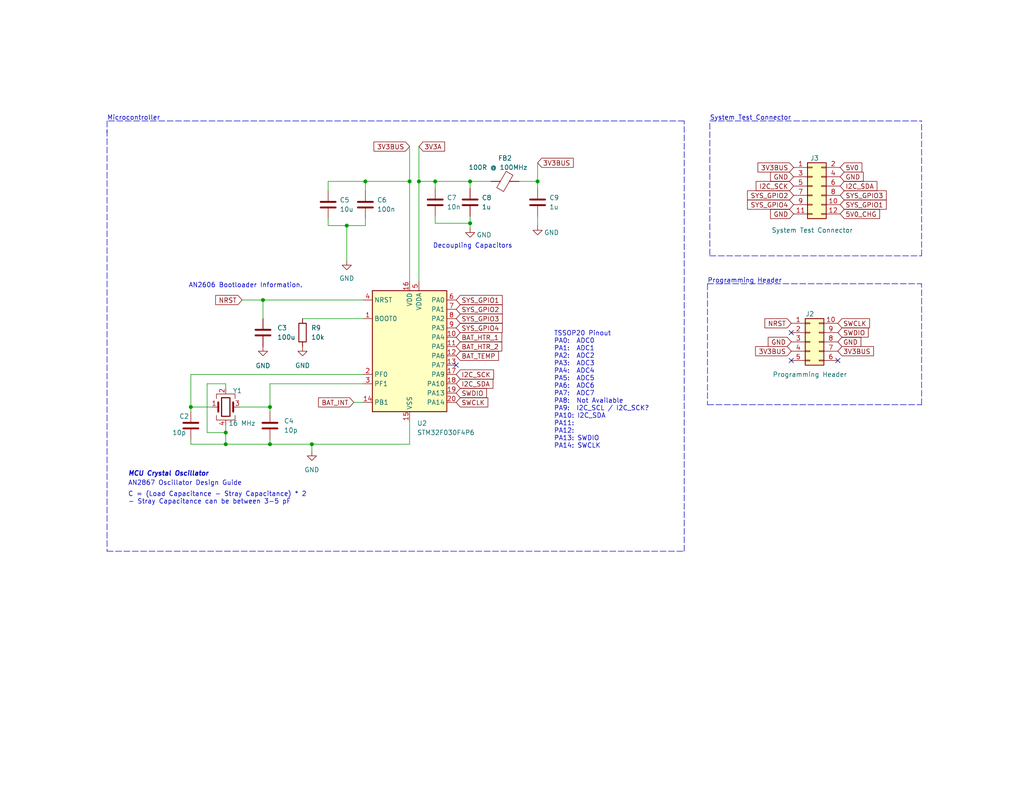
<source format=kicad_sch>
(kicad_sch (version 20211123) (generator eeschema)
  (paper "USLetter")
  (lib_symbols
    (symbol "Connector_Generic:Conn_02x05_Counter_Clockwise" (pin_names (offset 1.016) hide)
      (property "Reference" "J" (at 1.27 7.62 0))
      (property "Value" "Conn_02x05_Counter_Clockwise" (at 1.27 -7.62 0))
      (symbol "Conn_02x05_Counter_Clockwise_1_1"
        (rectangle (start -1.27 -4.953) (end 0 -5.207) (stroke (width 0.1524)))
        (rectangle (start -1.27 -2.413) (end 0 -2.667) (stroke (width 0.1524)))
        (rectangle (start -1.27 0.127) (end 0 -0.127) (stroke (width 0.1524)))
        (rectangle (start -1.27 2.667) (end 0 2.413) (stroke (width 0.1524)))
        (rectangle (start -1.27 5.207) (end 0 4.953) (stroke (width 0.1524)))
        (rectangle (start -1.27 6.35) (end 3.81 -6.35) (stroke (width 0.254)) (fill (type background)))
        (rectangle (start 3.81 -4.953) (end 2.54 -5.207) (stroke (width 0.1524)))
        (rectangle (start 3.81 -2.413) (end 2.54 -2.667) (stroke (width 0.1524)))
        (rectangle (start 3.81 0.127) (end 2.54 -0.127) (stroke (width 0.1524)))
        (rectangle (start 3.81 2.667) (end 2.54 2.413) (stroke (width 0.1524)))
        (rectangle (start 3.81 5.207) (end 2.54 4.953) (stroke (width 0.1524)))
        (pin passive line (at -5.08 5.08 0) (length 3.81) (name "Pin_1") (number "1"))
        (pin passive line (at 7.62 5.08 180) (length 3.81) (name "Pin_10") (number "10"))
        (pin passive line (at -5.08 2.54 0) (length 3.81) (name "Pin_2") (number "2"))
        (pin passive line (at -5.08 0 0) (length 3.81) (name "Pin_3") (number "3"))
        (pin passive line (at -5.08 -2.54 0) (length 3.81) (name "Pin_4") (number "4"))
        (pin passive line (at -5.08 -5.08 0) (length 3.81) (name "Pin_5") (number "5"))
        (pin passive line (at 7.62 -5.08 180) (length 3.81) (name "Pin_6") (number "6"))
        (pin passive line (at 7.62 -2.54 180) (length 3.81) (name "Pin_7") (number "7"))
        (pin passive line (at 7.62 0 180) (length 3.81) (name "Pin_8") (number "8"))
        (pin passive line (at 7.62 2.54 180) (length 3.81) (name "Pin_9") (number "9"))
      )
    )
    (symbol "Connector_Generic:Conn_02x06_Odd_Even" (pin_names (offset 1.016) hide)
      (property "Reference" "J" (at 1.27 7.62 0))
      (property "Value" "Conn_02x06_Odd_Even" (at 1.27 -10.16 0))
      (symbol "Conn_02x06_Odd_Even_1_1"
        (rectangle (start -1.27 -7.493) (end 0 -7.747) (stroke (width 0.1524)))
        (rectangle (start -1.27 -4.953) (end 0 -5.207) (stroke (width 0.1524)))
        (rectangle (start -1.27 -2.413) (end 0 -2.667) (stroke (width 0.1524)))
        (rectangle (start -1.27 0.127) (end 0 -0.127) (stroke (width 0.1524)))
        (rectangle (start -1.27 2.667) (end 0 2.413) (stroke (width 0.1524)))
        (rectangle (start -1.27 5.207) (end 0 4.953) (stroke (width 0.1524)))
        (rectangle (start -1.27 6.35) (end 3.81 -8.89) (stroke (width 0.254)) (fill (type background)))
        (rectangle (start 3.81 -7.493) (end 2.54 -7.747) (stroke (width 0.1524)))
        (rectangle (start 3.81 -4.953) (end 2.54 -5.207) (stroke (width 0.1524)))
        (rectangle (start 3.81 -2.413) (end 2.54 -2.667) (stroke (width 0.1524)))
        (rectangle (start 3.81 0.127) (end 2.54 -0.127) (stroke (width 0.1524)))
        (rectangle (start 3.81 2.667) (end 2.54 2.413) (stroke (width 0.1524)))
        (rectangle (start 3.81 5.207) (end 2.54 4.953) (stroke (width 0.1524)))
        (pin passive line (at -5.08 5.08 0) (length 3.81) (name "Pin_1") (number "1"))
        (pin passive line (at 7.62 -5.08 180) (length 3.81) (name "Pin_10") (number "10"))
        (pin passive line (at -5.08 -7.62 0) (length 3.81) (name "Pin_11") (number "11"))
        (pin passive line (at 7.62 -7.62 180) (length 3.81) (name "Pin_12") (number "12"))
        (pin passive line (at 7.62 5.08 180) (length 3.81) (name "Pin_2") (number "2"))
        (pin passive line (at -5.08 2.54 0) (length 3.81) (name "Pin_3") (number "3"))
        (pin passive line (at 7.62 2.54 180) (length 3.81) (name "Pin_4") (number "4"))
        (pin passive line (at -5.08 0 0) (length 3.81) (name "Pin_5") (number "5"))
        (pin passive line (at 7.62 0 180) (length 3.81) (name "Pin_6") (number "6"))
        (pin passive line (at -5.08 -2.54 0) (length 3.81) (name "Pin_7") (number "7"))
        (pin passive line (at 7.62 -2.54 180) (length 3.81) (name "Pin_8") (number "8"))
        (pin passive line (at -5.08 -5.08 0) (length 3.81) (name "Pin_9") (number "9"))
      )
    )
    (symbol "Device:C" (pin_numbers hide) (pin_names (offset 0.254))
      (property "Reference" "C" (at 0.635 2.54 0))
      (property "Value" "C" (at 0.635 -2.54 0))
      (symbol "C_0_1"
        (polyline (pts (xy -2.032 -0.762) (xy 2.032 -0.762)) (stroke (width 0.508)))
        (polyline (pts (xy -2.032 0.762) (xy 2.032 0.762)) (stroke (width 0.508)))
      )
      (symbol "C_1_1"
        (pin passive line (at 0 3.81 270) (length 2.794) (name "~") (number "1"))
        (pin passive line (at 0 -3.81 90) (length 2.794) (name "~") (number "2"))
      )
    )
    (symbol "Device:Crystal_GND24" (pin_names (offset 1.016) hide)
      (property "Reference" "Y" (at 3.175 5.08 0))
      (property "Value" "Crystal_GND24" (at 3.175 3.175 0))
      (symbol "Crystal_GND24_0_1"
        (rectangle (start -1.143 2.54) (end 1.143 -2.54) (stroke (width 0.3048)))
        (polyline (pts (xy -2.54 0) (xy -2.032 0)))
        (polyline (pts (xy -2.032 -1.27) (xy -2.032 1.27)) (stroke (width 0.508)))
        (polyline (pts (xy 0 -3.81) (xy 0 -3.556)))
        (polyline (pts (xy 0 3.556) (xy 0 3.81)))
        (polyline (pts (xy 2.032 -1.27) (xy 2.032 1.27)) (stroke (width 0.508)))
        (polyline (pts (xy 2.032 0) (xy 2.54 0)))
        (polyline (pts (xy -2.54 -2.286) (xy -2.54 -3.556) (xy 2.54 -3.556) (xy 2.54 -2.286)))
        (polyline (pts (xy -2.54 2.286) (xy -2.54 3.556) (xy 2.54 3.556) (xy 2.54 2.286)))
      )
      (symbol "Crystal_GND24_1_1"
        (pin passive line (at -3.81 0 0) (length 1.27) (name "1") (number "1"))
        (pin passive line (at 0 5.08 270) (length 1.27) (name "2") (number "2"))
        (pin passive line (at 3.81 0 180) (length 1.27) (name "3") (number "3"))
        (pin passive line (at 0 -5.08 90) (length 1.27) (name "4") (number "4"))
      )
    )
    (symbol "Device:FerriteBead" (pin_numbers hide) (pin_names (offset 0))
      (property "Reference" "FB" (at -3.81 0.635 90))
      (property "Value" "FerriteBead" (at 3.81 0 90))
      (symbol "FerriteBead_0_1"
        (polyline (pts (xy 0 -1.27) (xy 0 -1.2192)))
        (polyline (pts (xy 0 1.27) (xy 0 1.2954)))
        (polyline (pts (xy -2.7686 0.4064) (xy -1.7018 2.2606) (xy 2.7686 -0.3048) (xy 1.6764 -2.159) (xy -2.7686 0.4064)))
      )
      (symbol "FerriteBead_1_1"
        (pin passive line (at 0 3.81 270) (length 2.54) (name "~") (number "1"))
        (pin passive line (at 0 -3.81 90) (length 2.54) (name "~") (number "2"))
      )
    )
    (symbol "Device:R" (pin_numbers hide) (pin_names (offset 0))
      (property "Reference" "R" (at 2.032 0 90))
      (property "Value" "R" (at 0 0 90))
      (symbol "R_0_1"
        (rectangle (start -1.016 -2.54) (end 1.016 2.54) (stroke (width 0.254)))
      )
      (symbol "R_1_1"
        (pin passive line (at 0 3.81 270) (length 1.27) (name "~") (number "1"))
        (pin passive line (at 0 -3.81 90) (length 1.27) (name "~") (number "2"))
      )
    )
    (symbol "MCU_ST_STM32F0:STM32F030F4Px"
      (property "Reference" "U" (at -10.16 16.51 0))
      (property "Value" "STM32F030F4Px" (at 5.08 16.51 0))
      (symbol "STM32F030F4Px_0_1"
        (rectangle (start -10.16 -17.78) (end 10.16 15.24) (stroke (width 0.254)) (fill (type background)))
      )
      (symbol "STM32F030F4Px_1_1"
        (pin input line (at -12.7 7.62 0) (length 2.54) (name "BOOT0") (number "1"))
        (pin bidirectional line (at 12.7 2.54 180) (length 2.54) (name "PA4") (number "10"))
        (pin bidirectional line (at 12.7 0 180) (length 2.54) (name "PA5") (number "11"))
        (pin bidirectional line (at 12.7 -2.54 180) (length 2.54) (name "PA6") (number "12"))
        (pin bidirectional line (at 12.7 -5.08 180) (length 2.54) (name "PA7") (number "13"))
        (pin bidirectional line (at -12.7 -15.24 0) (length 2.54) (name "PB1") (number "14"))
        (pin power_in line (at 0 -20.32 90) (length 2.54) (name "VSS") (number "15"))
        (pin power_in line (at 0 17.78 270) (length 2.54) (name "VDD") (number "16"))
        (pin bidirectional line (at 12.7 -7.62 180) (length 2.54) (name "PA9") (number "17"))
        (pin bidirectional line (at 12.7 -10.16 180) (length 2.54) (name "PA10") (number "18"))
        (pin bidirectional line (at 12.7 -12.7 180) (length 2.54) (name "PA13") (number "19"))
        (pin input line (at -12.7 -7.62 0) (length 2.54) (name "PF0") (number "2"))
        (pin bidirectional line (at 12.7 -15.24 180) (length 2.54) (name "PA14") (number "20"))
        (pin input line (at -12.7 -10.16 0) (length 2.54) (name "PF1") (number "3"))
        (pin input line (at -12.7 12.7 0) (length 2.54) (name "NRST") (number "4"))
        (pin power_in line (at 2.54 17.78 270) (length 2.54) (name "VDDA") (number "5"))
        (pin bidirectional line (at 12.7 12.7 180) (length 2.54) (name "PA0") (number "6"))
        (pin bidirectional line (at 12.7 10.16 180) (length 2.54) (name "PA1") (number "7"))
        (pin bidirectional line (at 12.7 7.62 180) (length 2.54) (name "PA2") (number "8"))
        (pin bidirectional line (at 12.7 5.08 180) (length 2.54) (name "PA3") (number "9"))
      )
    )
    (symbol "power:GND" (power) (pin_names (offset 0))
      (property "Value" "GND" (at 0 -3.81 0))
      (symbol "GND_0_1"
        (polyline (pts (xy 0 0) (xy 0 -1.27) (xy 1.27 -1.27) (xy 0 -2.54) (xy -1.27 -1.27) (xy 0 -1.27)))
      )
      (symbol "GND_1_1"
        (pin power_in line (at 0 0 270) (length 0) hide (name "GND") (number "1"))
      )
    )
  )
  (junction (at 99.695 49.53))
  (junction (at 73.66 111.125))
  (junction (at 111.76 49.53))
  (junction (at 146.685 49.53))
  (junction (at 61.595 118.11))
  (junction (at 128.27 60.96))
  (junction (at 85.09 121.285))
  (junction (at 61.595 121.285))
  (junction (at 118.745 49.53))
  (junction (at 73.66 121.285))
  (junction (at 94.615 61.595))
  (junction (at 71.755 81.915))
  (junction (at 128.27 49.53))
  (junction (at 114.3 49.53))
  (junction (at 52.07 111.125))
  (no_connect (at 228.6 98.425))
  (no_connect (at 215.9 90.805))
  (no_connect (at 215.9 98.425))
  (no_connect (at 124.46 99.695))
  (wire (pts (xy 114.3 40.005) (xy 114.3 49.53)))
  (wire (pts (xy 71.755 81.915) (xy 99.06 81.915)))
  (wire (pts (xy 57.785 111.125) (xy 52.07 111.125)))
  (wire (pts (xy 73.66 120.015) (xy 73.66 121.285)))
  (polyline (pts (xy 193.675 33.655) (xy 193.675 69.85)))
  (wire (pts (xy 61.595 118.11) (xy 61.595 121.285)))
  (wire (pts (xy 99.695 59.69) (xy 99.695 61.595)))
  (wire (pts (xy 56.515 104.775) (xy 56.515 118.11)))
  (wire (pts (xy 73.66 111.125) (xy 73.66 112.395)))
  (wire (pts (xy 94.615 61.595) (xy 99.695 61.595)))
  (wire (pts (xy 111.76 121.285) (xy 85.09 121.285)))
  (wire (pts (xy 61.595 106.045) (xy 61.595 104.775)))
  (wire (pts (xy 146.685 59.055) (xy 146.685 61.595)))
  (wire (pts (xy 118.745 49.53) (xy 118.745 51.435)))
  (wire (pts (xy 89.535 59.69) (xy 89.535 61.595)))
  (wire (pts (xy 89.535 49.53) (xy 99.695 49.53)))
  (polyline (pts (xy 193.04 77.47) (xy 251.46 77.47)))
  (wire (pts (xy 71.755 81.915) (xy 71.755 86.995)))
  (wire (pts (xy 66.04 81.915) (xy 71.755 81.915)))
  (wire (pts (xy 73.66 121.285) (xy 61.595 121.285)))
  (polyline (pts (xy 186.69 33.02) (xy 29.21 33.02)))
  (wire (pts (xy 52.07 111.125) (xy 52.07 112.395)))
  (wire (pts (xy 118.745 49.53) (xy 114.3 49.53)))
  (wire (pts (xy 128.27 60.96) (xy 128.27 62.23)))
  (wire (pts (xy 82.55 86.995) (xy 99.06 86.995)))
  (wire (pts (xy 89.535 49.53) (xy 89.535 52.07)))
  (wire (pts (xy 146.685 49.53) (xy 146.685 51.435)))
  (wire (pts (xy 96.52 109.855) (xy 99.06 109.855)))
  (wire (pts (xy 89.535 61.595) (xy 94.615 61.595)))
  (wire (pts (xy 146.685 44.45) (xy 146.685 49.53)))
  (polyline (pts (xy 251.46 110.49) (xy 251.46 77.47)))
  (polyline (pts (xy 193.675 33.02) (xy 251.46 33.02)))
  (wire (pts (xy 56.515 118.11) (xy 61.595 118.11)))
  (wire (pts (xy 111.76 49.53) (xy 111.76 76.835)))
  (wire (pts (xy 65.405 111.125) (xy 73.66 111.125)))
  (polyline (pts (xy 193.675 69.85) (xy 251.46 69.85)))
  (wire (pts (xy 111.76 40.005) (xy 111.76 49.53)))
  (wire (pts (xy 73.66 104.775) (xy 99.06 104.775)))
  (wire (pts (xy 114.3 49.53) (xy 114.3 76.835)))
  (polyline (pts (xy 251.46 69.85) (xy 251.46 33.02)))
  (wire (pts (xy 111.76 114.935) (xy 111.76 121.285)))
  (wire (pts (xy 99.695 49.53) (xy 99.695 52.07)))
  (wire (pts (xy 52.07 120.015) (xy 52.07 121.285)))
  (wire (pts (xy 52.07 121.285) (xy 61.595 121.285)))
  (polyline (pts (xy 29.21 150.495) (xy 186.69 150.495)))
  (polyline (pts (xy 193.04 110.49) (xy 251.46 110.49)))
  (polyline (pts (xy 29.21 35.56) (xy 29.21 150.495)))
  (polyline (pts (xy 29.21 33.02) (xy 29.21 36.195)))
  (wire (pts (xy 85.09 123.19) (xy 85.09 121.285)))
  (wire (pts (xy 73.66 104.775) (xy 73.66 111.125)))
  (wire (pts (xy 52.07 102.235) (xy 99.06 102.235)))
  (wire (pts (xy 61.595 104.775) (xy 56.515 104.775)))
  (polyline (pts (xy 186.69 150.495) (xy 186.69 33.02)))
  (polyline (pts (xy 193.04 77.47) (xy 193.04 110.49)))
  (wire (pts (xy 141.605 49.53) (xy 146.685 49.53)))
  (wire (pts (xy 61.595 118.11) (xy 61.595 116.205)))
  (wire (pts (xy 52.07 102.235) (xy 52.07 111.125)))
  (wire (pts (xy 128.27 51.435) (xy 128.27 49.53)))
  (wire (pts (xy 118.745 60.96) (xy 128.27 60.96)))
  (wire (pts (xy 128.27 49.53) (xy 118.745 49.53)))
  (wire (pts (xy 128.27 49.53) (xy 133.985 49.53)))
  (wire (pts (xy 99.695 49.53) (xy 111.76 49.53)))
  (wire (pts (xy 85.09 121.285) (xy 73.66 121.285)))
  (wire (pts (xy 94.615 61.595) (xy 94.615 71.12)))
  (wire (pts (xy 118.745 59.055) (xy 118.745 60.96)))
  (wire (pts (xy 128.27 59.055) (xy 128.27 60.96)))
  (text "System Test Connector" (at 193.675 33.02 0) (effects (font (size 1.27 1.27)) (justify left bottom)))
  (text "AN2867 Oscillator Design Guide" (at 34.925 132.715 0) (effects (font (size 1.27 1.27)) (justify left bottom)))
  (text "C = (Load Capacitance - Stray Capacitance) * 2\n- Stray Capacitance can be between 3-5 pF" (at 34.925 137.795 0) (effects (font (size 1.27 1.27)) (justify left bottom)))
  (text "Programming Header" (at 193.04 77.47 0) (effects (font (size 1.27 1.27)) (justify left bottom)))
  (text "Decoupling Capacitors" (at 118.11 67.945 0) (effects (font (size 1.27 1.27)) (justify left bottom)))
  (text "TSSOP20 Pinout\nPA0:  ADC0\nPA1:  ADC1\nPA2:  ADC2\nPA3:  ADC3\nPA4:  ADC4\nPA5:  ADC5\nPA6:  ADC6\nPA7:  ADC7\nPA8:  Not Available\nPA9:  I2C_SCL / I2C_SCK?\nPA10: I2C_SDA\nPA11: \nPA12: \nPA13: SWDIO\nPA14: SWCLK" (at 151.13 122.555 0) (effects (font (size 1.27 1.27)) (justify left bottom)))
  (text "MCU Crystal Oscillator" (at 34.925 130.175 0) (effects (font (size 1.27 1.27) bold italic) (justify left bottom)))
  (text "Microcontroller" (at 29.21 33.02 0) (effects (font (size 1.27 1.27)) (justify left bottom)))
  (text "AN2606 Bootloader Information." (at 51.435 78.74 0) (effects (font (size 1.27 1.27)) (justify left bottom)))
  (global_label "I2C_SDA" (shape input) (at 124.46 104.775 0) (property "Intersheet References" "${INTERSHEET_REFS}" (effects hide)))
  (global_label "SYS_GPIO4" (shape input) (at 216.535 55.88 180) (property "Intersheet References" "${INTERSHEET_REFS}" (effects hide)))
  (global_label "SWDIO" (shape input) (at 124.46 107.315 0) (property "Intersheet References" "${INTERSHEET_REFS}" (effects hide)))
  (global_label "GND" (shape input) (at 229.235 48.26 0) (property "Intersheet References" "${INTERSHEET_REFS}" (effects hide)))
  (global_label "NRST" (shape input) (at 215.9 88.265 180) (property "Intersheet References" "${INTERSHEET_REFS}" (effects hide)))
  (global_label "NRST" (shape input) (at 66.04 81.915 180) (property "Intersheet References" "${INTERSHEET_REFS}" (effects hide)))
  (global_label "SWCLK" (shape input) (at 228.6 88.265 0) (property "Intersheet References" "${INTERSHEET_REFS}" (effects hide)))
  (global_label "I2C_SDA" (shape input) (at 229.235 50.8 0) (property "Intersheet References" "${INTERSHEET_REFS}" (effects hide)))
  (global_label "3V3A" (shape input) (at 114.3 40.005 0) (property "Intersheet References" "${INTERSHEET_REFS}" (effects hide)))
  (global_label "3V3BUS" (shape input) (at 228.6 95.885 0) (property "Intersheet References" "${INTERSHEET_REFS}" (effects hide)))
  (global_label "SYS_GPIO2" (shape input) (at 216.535 53.34 180) (property "Intersheet References" "${INTERSHEET_REFS}" (effects hide)))
  (global_label "GND" (shape input) (at 216.535 58.42 180) (property "Intersheet References" "${INTERSHEET_REFS}" (effects hide)))
  (global_label "I2C_SCK" (shape input) (at 124.46 102.235 0) (property "Intersheet References" "${INTERSHEET_REFS}" (effects hide)))
  (global_label "3V3BUS" (shape input) (at 216.535 45.72 180) (property "Intersheet References" "${INTERSHEET_REFS}" (effects hide)))
  (global_label "5V0" (shape input) (at 229.235 45.72 0) (property "Intersheet References" "${INTERSHEET_REFS}" (effects hide)))
  (global_label "SWDIO" (shape input) (at 228.6 90.805 0) (property "Intersheet References" "${INTERSHEET_REFS}" (effects hide)))
  (global_label "GND" (shape input) (at 216.535 48.26 180) (property "Intersheet References" "${INTERSHEET_REFS}" (effects hide)))
  (global_label "GND" (shape input) (at 215.9 93.345 180) (property "Intersheet References" "${INTERSHEET_REFS}" (effects hide)))
  (global_label "SYS_GPIO2" (shape input) (at 124.46 84.455 0) (property "Intersheet References" "${INTERSHEET_REFS}" (effects hide)))
  (global_label "3V3BUS" (shape input) (at 215.9 95.885 180) (property "Intersheet References" "${INTERSHEET_REFS}" (effects hide)))
  (global_label "SYS_GPIO1" (shape input) (at 229.235 55.88 0) (property "Intersheet References" "${INTERSHEET_REFS}" (effects hide)))
  (global_label "5V0_CHG" (shape input) (at 229.235 58.42 0) (property "Intersheet References" "${INTERSHEET_REFS}" (effects hide)))
  (global_label "BAT_TEMP" (shape input) (at 124.46 97.155 0) (property "Intersheet References" "${INTERSHEET_REFS}" (effects hide)))
  (global_label "BAT_HTR_2" (shape input) (at 124.46 94.615 0) (property "Intersheet References" "${INTERSHEET_REFS}" (effects hide)))
  (global_label "3V3BUS" (shape input) (at 146.685 44.45 0) (property "Intersheet References" "${INTERSHEET_REFS}" (effects hide)))
  (global_label "BAT_HTR_1" (shape input) (at 124.46 92.075 0) (property "Intersheet References" "${INTERSHEET_REFS}" (effects hide)))
  (global_label "BAT_INT" (shape input) (at 96.52 109.855 180) (property "Intersheet References" "${INTERSHEET_REFS}" (effects hide)))
  (global_label "I2C_SCK" (shape input) (at 216.535 50.8 180) (property "Intersheet References" "${INTERSHEET_REFS}" (effects hide)))
  (global_label "GND" (shape input) (at 228.6 93.345 0) (property "Intersheet References" "${INTERSHEET_REFS}" (effects hide)))
  (global_label "SWCLK" (shape input) (at 124.46 109.855 0) (property "Intersheet References" "${INTERSHEET_REFS}" (effects hide)))
  (global_label "SYS_GPIO1" (shape input) (at 124.46 81.915 0) (property "Intersheet References" "${INTERSHEET_REFS}" (effects hide)))
  (global_label "SYS_GPIO4" (shape input) (at 124.46 89.535 0) (property "Intersheet References" "${INTERSHEET_REFS}" (effects hide)))
  (global_label "SYS_GPIO3" (shape input) (at 229.235 53.34 0) (property "Intersheet References" "${INTERSHEET_REFS}" (effects hide)))
  (global_label "3V3BUS" (shape input) (at 111.76 40.005 180) (property "Intersheet References" "${INTERSHEET_REFS}" (effects hide)))
  (global_label "SYS_GPIO3" (shape input) (at 124.46 86.995 0) (property "Intersheet References" "${INTERSHEET_REFS}" (effects hide)))
  (symbol (lib_id "power:GND") (at 71.755 94.615 0) (unit 1)
    (property "Reference" "#PWR0106" (effects hide))
    (property "Value" "GND" (at 71.755 99.8474 0))
  )
  (symbol (lib_id "Device:FerriteBead") (at 137.795 49.53 90) (unit 1)
    (property "Reference" "FB2" (at 137.795 43.18 90))
    (property "Value" "100R @ 100MHz" (at 135.89 45.72 90))
    (property "Footprint" "Inductor_SMD:L_0603_1608Metric" (effects hide))
  )
  (symbol (lib_id "Device:C") (at 118.745 55.245 0) (unit 1)
    (property "Reference" "C7" (at 121.92 53.9749 0) (effects (justify left)))
    (property "Value" "10n" (at 121.92 56.5149 0) (effects (justify left)))
    (property "Footprint" "Capacitor_SMD:C_0402_1005Metric" (effects hide))
  )
  (symbol (lib_id "Connector_Generic:Conn_02x06_Odd_Even") (at 221.615 50.8 0) (unit 1)
    (property "Reference" "J3" (at 222.25 43.18 0))
    (property "Value" "System Test Connector" (at 221.615 62.865 0))
    (property "Footprint" "Connector_PinSocket_2.54mm:PinSocket_2x06_P2.54mm_Vertical" (effects hide))
  )
  (symbol (lib_id "Device:C") (at 146.685 55.245 0) (unit 1)
    (property "Reference" "C9" (at 149.86 53.9749 0) (effects (justify left)))
    (property "Value" "1u" (at 149.86 56.5149 0) (effects (justify left)))
    (property "Footprint" "Capacitor_SMD:C_0402_1005Metric" (effects hide))
  )
  (symbol (lib_id "power:GND") (at 82.55 94.615 0) (unit 1)
    (property "Reference" "#PWR0105" (effects hide))
    (property "Value" "GND" (at 82.55 99.7966 0))
  )
  (symbol (lib_id "Device:C") (at 71.755 90.805 0) (unit 1)
    (property "Reference" "C3" (at 75.6158 89.5349 0) (effects (justify left)))
    (property "Value" "100u" (at 75.6158 92.0749 0) (effects (justify left)))
    (property "Footprint" "Capacitor_SMD:C_0402_1005Metric" (effects hide))
  )
  (symbol (lib_id "Device:C") (at 128.27 55.245 0) (unit 1)
    (property "Reference" "C8" (at 131.445 53.9749 0) (effects (justify left)))
    (property "Value" "1u" (at 131.445 56.5149 0) (effects (justify left)))
    (property "Footprint" "Capacitor_SMD:C_0402_1005Metric" (effects hide))
  )
  (symbol (lib_id "Device:C") (at 99.695 55.88 0) (unit 1)
    (property "Reference" "C6" (at 102.87 54.6099 0) (effects (justify left)))
    (property "Value" "100n" (at 102.87 57.1499 0) (effects (justify left)))
    (property "Footprint" "Capacitor_SMD:C_0402_1005Metric" (effects hide))
  )
  (symbol (lib_id "Connector_Generic:Conn_02x05_Counter_Clockwise") (at 220.98 93.345 0) (unit 1)
    (property "Reference" "J2" (at 220.98 85.725 0))
    (property "Value" "Programming Header" (at 220.98 102.235 0))
    (property "Footprint" "Connector_PinSocket_2.54mm:PinSocket_2x05_P2.54mm_Vertical" (effects hide))
  )
  (symbol (lib_id "Device:C") (at 89.535 55.88 0) (unit 1)
    (property "Reference" "C5" (at 92.6846 54.6099 0) (effects (justify left)))
    (property "Value" "10u" (at 92.6846 57.1499 0) (effects (justify left)))
    (property "Footprint" "Capacitor_SMD:C_0402_1005Metric" (effects hide))
  )
  (symbol (lib_id "MCU_ST_STM32F0:STM32F030F4Px") (at 111.76 94.615 0) (unit 1)
    (property "Reference" "U2" (at 113.7794 115.57 0) (effects (justify left)))
    (property "Value" "STM32F030F4P6" (at 113.7794 118.11 0) (effects (justify left)))
    (property "Footprint" "Package_SO:TSSOP-20_4.4x6.5mm_P0.65mm" (effects hide))
    (property "Datasheet" "http://www.st.com/st-web-ui/static/active/en/resource/technical/document/datasheet/DM00088500.pdf" (effects hide))
  )
  (symbol (lib_id "power:GND") (at 146.685 61.595 0) (unit 1)
    (property "Reference" "#PWR0110" (effects hide))
    (property "Value" "GND" (at 150.495 63.5 0))
  )
  (symbol (lib_id "Device:R") (at 82.55 90.805 0) (unit 1)
    (property "Reference" "R9" (at 84.8868 89.5349 0) (effects (justify left)))
    (property "Value" "10k" (at 84.8868 92.0749 0) (effects (justify left)))
    (property "Footprint" "Resistor_SMD:R_0402_1005Metric" (effects hide))
  )
  (symbol (lib_id "Device:Crystal_GND24") (at 61.595 111.125 0) (unit 1)
    (property "Reference" "Y1" (at 64.77 106.68 0))
    (property "Value" "16 MHz" (at 66.04 115.57 0))
    (property "Footprint" "Crystal:Crystal_SMD_3225-4Pin_3.2x2.5mm" (effects hide))
    (property "Datasheet" "https://www.lcsc.com/product-detail/SMD-Crystals_Yangxing-Tech-X322516MMB4SI_C112972.html" (effects hide))
  )
  (symbol (lib_id "power:GND") (at 85.09 123.19 0) (unit 1)
    (property "Reference" "#PWR0109" (effects hide))
    (property "Value" "GND" (at 85.09 128.27 0))
  )
  (symbol (lib_id "power:GND") (at 128.27 62.23 0) (unit 1)
    (property "Reference" "#PWR0107" (effects hide))
    (property "Value" "GND" (at 132.08 64.135 0))
  )
  (symbol (lib_id "Device:C") (at 73.66 116.205 0) (unit 1)
    (property "Reference" "C4" (at 77.47 114.9349 0) (effects (justify left)))
    (property "Value" "10p" (at 77.47 117.4749 0) (effects (justify left)))
    (property "Footprint" "Capacitor_SMD:C_0402_1005Metric" (effects hide))
  )
  (symbol (lib_id "Device:C") (at 52.07 116.205 0) (unit 1)
    (property "Reference" "C2" (at 48.895 113.665 0) (effects (justify left)))
    (property "Value" "10p" (at 46.99 118.11 0) (effects (justify left)))
    (property "Footprint" "Capacitor_SMD:C_0402_1005Metric" (effects hide))
  )
  (symbol (lib_id "power:GND") (at 94.615 71.12 0) (unit 1)
    (property "Reference" "#PWR0108" (effects hide))
    (property "Value" "GND" (at 94.615 75.9968 0))
  )
)
</source>
